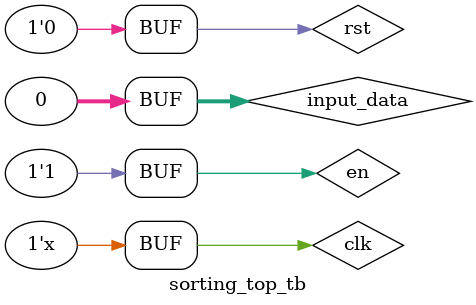
<source format=v>
`timescale 1ns / 1ps


module sorting_top_tb( );

//input
reg clk=0,en=0,rst=0;
reg [31:0] input_data=32'b0;

//output
wire [31:0] sorted_data1;
wire [31:0] sorted_data2;
wire [31:0] sorted_data3;
wire [31:0] sorted_data4;
wire [31:0] sorted_data5;
wire [31:0] sorted_data6;
wire [31:0] sorted_data7;
wire [31:0] sorted_data8;
wire [31:0] sorted_data9;
wire [31:0] sorted_data10;
wire [31:0] sorted_data11;
wire [31:0] sorted_data12;
wire [31:0] sorted_data13;
wire [31:0] sorted_data14;
wire [31:0] sorted_data15;
wire [31:0] sorted_data16;

//instantiate device under test
 sorting_top tbtop(
    .clk(clk),
    .en(en),
    .rst(rst),
    .input_data(input_data),
    .sorted_data1(sorted_data1),
    .sorted_data2(sorted_data2),
    .sorted_data3(sorted_data3),
    .sorted_data4(sorted_data4),
    .sorted_data5(sorted_data5),
    .sorted_data6(sorted_data6),
    .sorted_data7(sorted_data7),
    .sorted_data8(sorted_data8),
    .sorted_data9(sorted_data9),
    .sorted_data10(sorted_data10),
    .sorted_data11(sorted_data11),
    .sorted_data12(sorted_data12),
    .sorted_data13(sorted_data13),
    .sorted_data14(sorted_data14),
    .sorted_data15(sorted_data15),
    .sorted_data16(sorted_data16)
    );

initial begin
    clk=0;
    en=0;
    rst=1;
    
    #10 rst=0; en=1;
    //31:20 ID 19:12 F 11:0 S
    #40 input_data = 32'b00000000000100000001000000000001; //101001
    #40 input_data = 32'b00000000001000000001000000000010; //201002
    #40 input_data = 32'b00000000001100000001000000000101; //301005
    //CASE 1: same F smaller S
    #40 input_data = 32'b00000000010000000001000000000011; //401003
    //CASE 2: same F larger S
    #40 input_data = 32'b00000000010100000001000000001101; //50100D
    //CASE 3: Larger F
    #40 input_data = 32'b00000000011000000100000000000101; //604005
    //CASE 4: smaller F
    #40 input_data = 32'b00000000011100000011000000101011; //70302B
    #40 input_data = 32'b00000000100000000100000001010101; //804055
    #40 input_data = 32'b00000000100100010000010100100101; //910525
    #40 input_data = 32'b00000000101001010101110000000000; //A55C00
    #40 input_data = 32'b00000000101100010010110111000000; //B12DC0
    #40 input_data = 32'b00000000110001010000101000000000; //C50A00
    #40 input_data = 32'b00000000110100000111000010100001; //D070A1
    #40 input_data = 32'b00000000111000000010100100000001; //E02901
    #40 input_data = 32'b00000000111101011100000010000010; //F5C082
    #40 input_data = 32'b00000001000001011100000010000011; //105C083
    #40 input_data = 32'b00000001000101110000000000010000; //1170010
    #40 input_data = 32'b00000001001000000100100010000111; //1204887
    #40 input_data = 32'b00000001001100010000100001000011; //1310843
    #40 input_data = 32'b00000001010000100100000000010010; //1424012    
    #40 input_data = 32'b0;                  
    
    
end

//50Mhz
always #20 clk = ~clk;


endmodule














</source>
